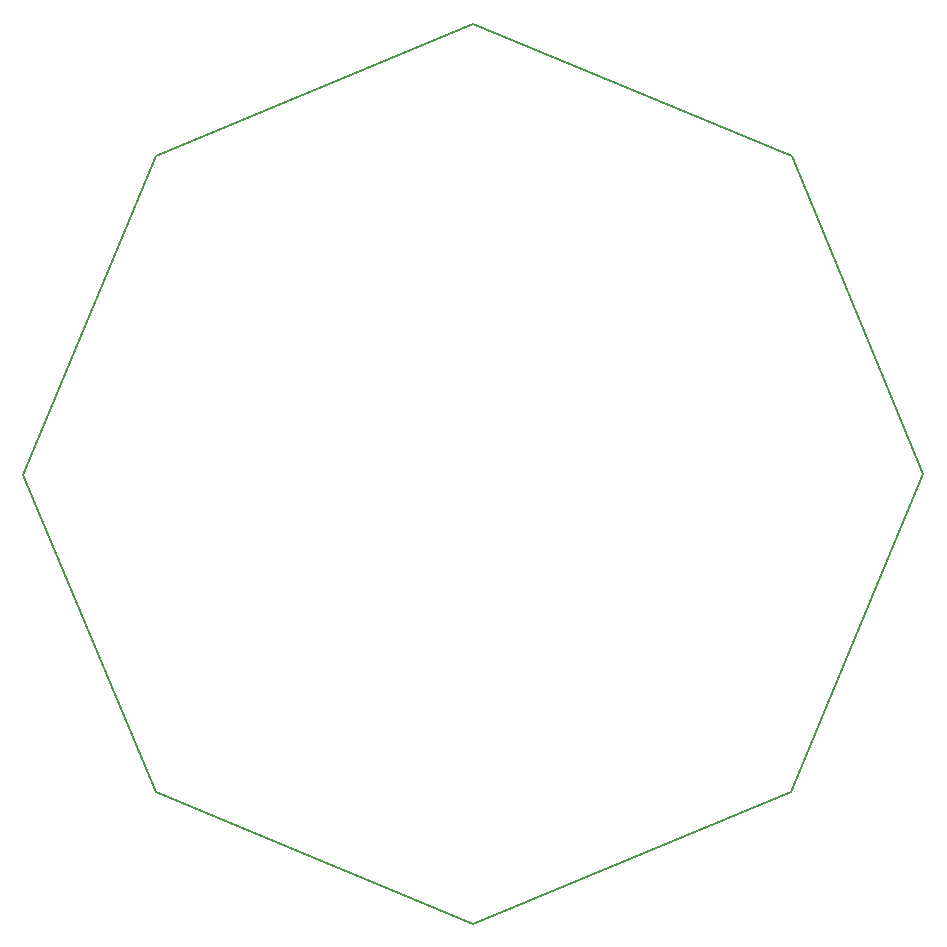
<source format=gbr>
G04 #@! TF.FileFunction,Profile,NP*
%FSLAX46Y46*%
G04 Gerber Fmt 4.6, Leading zero omitted, Abs format (unit mm)*
G04 Created by KiCad (PCBNEW 4.0.2-stable) date 7/20/2016 11:09:08 PM*
%MOMM*%
G01*
G04 APERTURE LIST*
%ADD10C,0.100000*%
%ADD11C,0.150000*%
G04 APERTURE END LIST*
D10*
D11*
X118386000Y-78199000D02*
X145286000Y-66999000D01*
X107186000Y-105199000D02*
X118386000Y-78199000D01*
X118386000Y-132099000D02*
X107186000Y-105199000D01*
X145286000Y-143199000D02*
X118386000Y-132099000D01*
X172186000Y-132099000D02*
X145286000Y-143199000D01*
X183386000Y-105099000D02*
X172186000Y-132099000D01*
X172286000Y-78199000D02*
X183386000Y-105099000D01*
X145286000Y-66999000D02*
X172286000Y-78199000D01*
M02*

</source>
